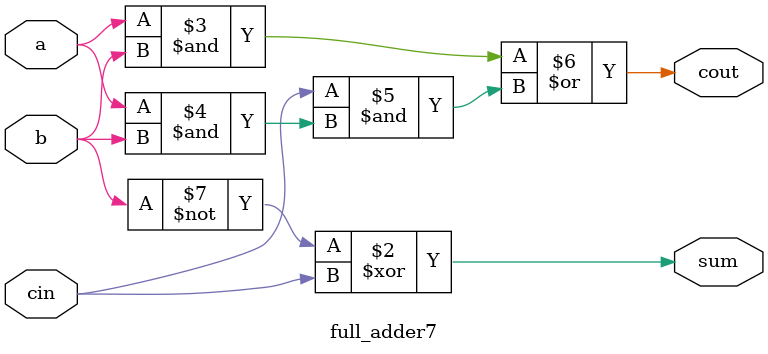
<source format=v>
module full_adder7(a,b,cin,sum,cout);
input a,b,cin;
output sum,cout;
assign sum = 1'b1^b^cin;
assign cout = a&b|cin&(a&b); 
// initial begin
//     $display("The incorrect adder with xor0 having in1/1");
// end   
endmodule
</source>
